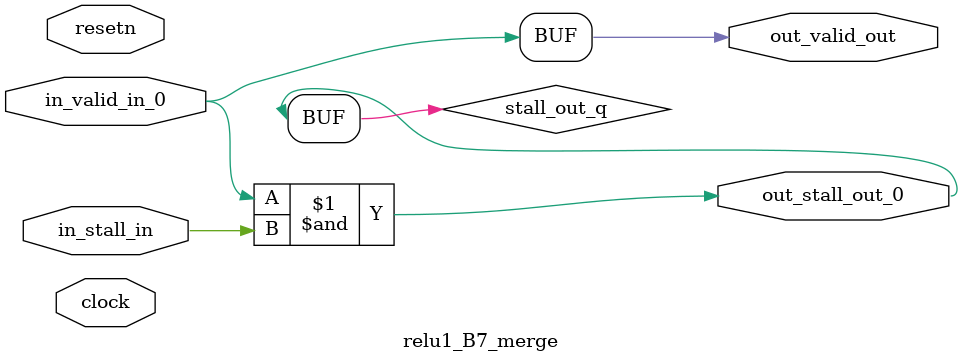
<source format=sv>



(* altera_attribute = "-name AUTO_SHIFT_REGISTER_RECOGNITION OFF; -name MESSAGE_DISABLE 10036; -name MESSAGE_DISABLE 10037; -name MESSAGE_DISABLE 14130; -name MESSAGE_DISABLE 14320; -name MESSAGE_DISABLE 15400; -name MESSAGE_DISABLE 14130; -name MESSAGE_DISABLE 10036; -name MESSAGE_DISABLE 12020; -name MESSAGE_DISABLE 12030; -name MESSAGE_DISABLE 12010; -name MESSAGE_DISABLE 12110; -name MESSAGE_DISABLE 14320; -name MESSAGE_DISABLE 13410; -name MESSAGE_DISABLE 113007; -name MESSAGE_DISABLE 10958" *)
module relu1_B7_merge (
    input wire [0:0] in_stall_in,
    input wire [0:0] in_valid_in_0,
    output wire [0:0] out_stall_out_0,
    output wire [0:0] out_valid_out,
    input wire clock,
    input wire resetn
    );

    wire [0:0] stall_out_q;


    // stall_out(LOGICAL,6)
    assign stall_out_q = in_valid_in_0 & in_stall_in;

    // out_stall_out_0(GPOUT,4)
    assign out_stall_out_0 = stall_out_q;

    // out_valid_out(GPOUT,5)
    assign out_valid_out = in_valid_in_0;

endmodule

</source>
